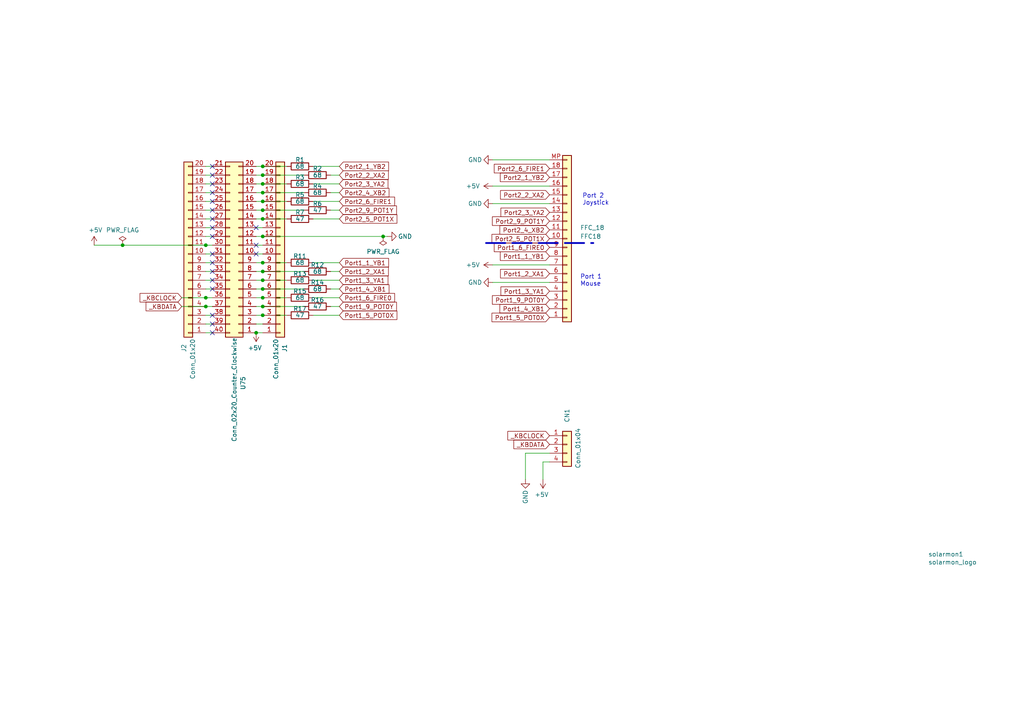
<source format=kicad_sch>
(kicad_sch (version 20211123) (generator eeschema)
  (paper "A4")
  (title_block (title "RGBtoHDMI CDTV v2 - Mouse and Joystick Adapter") (date "2021-12-17"))
  (lib_symbols
    (symbol "Connector_Generic:Conn_01x04" (pin_names (offset 1.016) hide)
      (property "Reference" "J" (at 0 5.08 0))
      (property "Value" "Conn_01x04" (at 0 -7.62 0))
      (symbol "Conn_01x04_1_1"
        (rectangle (start -1.27 -4.953) (end 0 -5.207) (stroke (width 0.1524)))
        (rectangle (start -1.27 -2.413) (end 0 -2.667) (stroke (width 0.1524)))
        (rectangle (start -1.27 0.127) (end 0 -0.127) (stroke (width 0.1524)))
        (rectangle (start -1.27 2.667) (end 0 2.413) (stroke (width 0.1524)))
        (rectangle (start -1.27 3.81) (end 1.27 -6.35) (stroke (width 0.254)) (fill (type background)))
        (pin passive line (at -5.08 2.54 0) (length 3.81) (name "Pin_1") (number "1"))
        (pin passive line (at -5.08 0 0) (length 3.81) (name "Pin_2") (number "2"))
        (pin passive line (at -5.08 -2.54 0) (length 3.81) (name "Pin_3") (number "3"))
        (pin passive line (at -5.08 -5.08 0) (length 3.81) (name "Pin_4") (number "4"))
      )
    )
    (symbol "Connector_Generic:Conn_01x20" (pin_names (offset 1.016) hide)
      (property "Reference" "J" (at 0 25.4 0))
      (property "Value" "Conn_01x20" (at 0 -27.94 0))
      (symbol "Conn_01x20_1_1"
        (rectangle (start -1.27 -25.273) (end 0 -25.527) (stroke (width 0.1524)))
        (rectangle (start -1.27 -22.733) (end 0 -22.987) (stroke (width 0.1524)))
        (rectangle (start -1.27 -20.193) (end 0 -20.447) (stroke (width 0.1524)))
        (rectangle (start -1.27 -17.653) (end 0 -17.907) (stroke (width 0.1524)))
        (rectangle (start -1.27 -15.113) (end 0 -15.367) (stroke (width 0.1524)))
        (rectangle (start -1.27 -12.573) (end 0 -12.827) (stroke (width 0.1524)))
        (rectangle (start -1.27 -10.033) (end 0 -10.287) (stroke (width 0.1524)))
        (rectangle (start -1.27 -7.493) (end 0 -7.747) (stroke (width 0.1524)))
        (rectangle (start -1.27 -4.953) (end 0 -5.207) (stroke (width 0.1524)))
        (rectangle (start -1.27 -2.413) (end 0 -2.667) (stroke (width 0.1524)))
        (rectangle (start -1.27 0.127) (end 0 -0.127) (stroke (width 0.1524)))
        (rectangle (start -1.27 2.667) (end 0 2.413) (stroke (width 0.1524)))
        (rectangle (start -1.27 5.207) (end 0 4.953) (stroke (width 0.1524)))
        (rectangle (start -1.27 7.747) (end 0 7.493) (stroke (width 0.1524)))
        (rectangle (start -1.27 10.287) (end 0 10.033) (stroke (width 0.1524)))
        (rectangle (start -1.27 12.827) (end 0 12.573) (stroke (width 0.1524)))
        (rectangle (start -1.27 15.367) (end 0 15.113) (stroke (width 0.1524)))
        (rectangle (start -1.27 17.907) (end 0 17.653) (stroke (width 0.1524)))
        (rectangle (start -1.27 20.447) (end 0 20.193) (stroke (width 0.1524)))
        (rectangle (start -1.27 22.987) (end 0 22.733) (stroke (width 0.1524)))
        (rectangle (start -1.27 24.13) (end 1.27 -26.67) (stroke (width 0.254)) (fill (type background)))
        (pin passive line (at -5.08 22.86 0) (length 3.81) (name "Pin_1") (number "1"))
        (pin passive line (at -5.08 0 0) (length 3.81) (name "Pin_10") (number "10"))
        (pin passive line (at -5.08 -2.54 0) (length 3.81) (name "Pin_11") (number "11"))
        (pin passive line (at -5.08 -5.08 0) (length 3.81) (name "Pin_12") (number "12"))
        (pin passive line (at -5.08 -7.62 0) (length 3.81) (name "Pin_13") (number "13"))
        (pin passive line (at -5.08 -10.16 0) (length 3.81) (name "Pin_14") (number "14"))
        (pin passive line (at -5.08 -12.7 0) (length 3.81) (name "Pin_15") (number "15"))
        (pin passive line (at -5.08 -15.24 0) (length 3.81) (name "Pin_16") (number "16"))
        (pin passive line (at -5.08 -17.78 0) (length 3.81) (name "Pin_17") (number "17"))
        (pin passive line (at -5.08 -20.32 0) (length 3.81) (name "Pin_18") (number "18"))
        (pin passive line (at -5.08 -22.86 0) (length 3.81) (name "Pin_19") (number "19"))
        (pin passive line (at -5.08 20.32 0) (length 3.81) (name "Pin_2") (number "2"))
        (pin passive line (at -5.08 -25.4 0) (length 3.81) (name "Pin_20") (number "20"))
        (pin passive line (at -5.08 17.78 0) (length 3.81) (name "Pin_3") (number "3"))
        (pin passive line (at -5.08 15.24 0) (length 3.81) (name "Pin_4") (number "4"))
        (pin passive line (at -5.08 12.7 0) (length 3.81) (name "Pin_5") (number "5"))
        (pin passive line (at -5.08 10.16 0) (length 3.81) (name "Pin_6") (number "6"))
        (pin passive line (at -5.08 7.62 0) (length 3.81) (name "Pin_7") (number "7"))
        (pin passive line (at -5.08 5.08 0) (length 3.81) (name "Pin_8") (number "8"))
        (pin passive line (at -5.08 2.54 0) (length 3.81) (name "Pin_9") (number "9"))
      )
    )
    (symbol "Connector_Generic:Conn_02x20_Counter_Clockwise" (pin_names (offset 1.016) hide)
      (property "Reference" "J" (at 1.27 25.4 0))
      (property "Value" "Conn_02x20_Counter_Clockwise" (at 1.27 -27.94 0))
      (symbol "Conn_02x20_Counter_Clockwise_1_1"
        (rectangle (start -1.27 -25.273) (end 0 -25.527) (stroke (width 0.1524)))
        (rectangle (start -1.27 -22.733) (end 0 -22.987) (stroke (width 0.1524)))
        (rectangle (start -1.27 -20.193) (end 0 -20.447) (stroke (width 0.1524)))
        (rectangle (start -1.27 -17.653) (end 0 -17.907) (stroke (width 0.1524)))
        (rectangle (start -1.27 -15.113) (end 0 -15.367) (stroke (width 0.1524)))
        (rectangle (start -1.27 -12.573) (end 0 -12.827) (stroke (width 0.1524)))
        (rectangle (start -1.27 -10.033) (end 0 -10.287) (stroke (width 0.1524)))
        (rectangle (start -1.27 -7.493) (end 0 -7.747) (stroke (width 0.1524)))
        (rectangle (start -1.27 -4.953) (end 0 -5.207) (stroke (width 0.1524)))
        (rectangle (start -1.27 -2.413) (end 0 -2.667) (stroke (width 0.1524)))
        (rectangle (start -1.27 0.127) (end 0 -0.127) (stroke (width 0.1524)))
        (rectangle (start -1.27 2.667) (end 0 2.413) (stroke (width 0.1524)))
        (rectangle (start -1.27 5.207) (end 0 4.953) (stroke (width 0.1524)))
        (rectangle (start -1.27 7.747) (end 0 7.493) (stroke (width 0.1524)))
        (rectangle (start -1.27 10.287) (end 0 10.033) (stroke (width 0.1524)))
        (rectangle (start -1.27 12.827) (end 0 12.573) (stroke (width 0.1524)))
        (rectangle (start -1.27 15.367) (end 0 15.113) (stroke (width 0.1524)))
        (rectangle (start -1.27 17.907) (end 0 17.653) (stroke (width 0.1524)))
        (rectangle (start -1.27 20.447) (end 0 20.193) (stroke (width 0.1524)))
        (rectangle (start -1.27 22.987) (end 0 22.733) (stroke (width 0.1524)))
        (rectangle (start -1.27 24.13) (end 3.81 -26.67) (stroke (width 0.254)) (fill (type background)))
        (rectangle (start 3.81 -25.273) (end 2.54 -25.527) (stroke (width 0.1524)))
        (rectangle (start 3.81 -22.733) (end 2.54 -22.987) (stroke (width 0.1524)))
        (rectangle (start 3.81 -20.193) (end 2.54 -20.447) (stroke (width 0.1524)))
        (rectangle (start 3.81 -17.653) (end 2.54 -17.907) (stroke (width 0.1524)))
        (rectangle (start 3.81 -15.113) (end 2.54 -15.367) (stroke (width 0.1524)))
        (rectangle (start 3.81 -12.573) (end 2.54 -12.827) (stroke (width 0.1524)))
        (rectangle (start 3.81 -10.033) (end 2.54 -10.287) (stroke (width 0.1524)))
        (rectangle (start 3.81 -7.493) (end 2.54 -7.747) (stroke (width 0.1524)))
        (rectangle (start 3.81 -4.953) (end 2.54 -5.207) (stroke (width 0.1524)))
        (rectangle (start 3.81 -2.413) (end 2.54 -2.667) (stroke (width 0.1524)))
        (rectangle (start 3.81 0.127) (end 2.54 -0.127) (stroke (width 0.1524)))
        (rectangle (start 3.81 2.667) (end 2.54 2.413) (stroke (width 0.1524)))
        (rectangle (start 3.81 5.207) (end 2.54 4.953) (stroke (width 0.1524)))
        (rectangle (start 3.81 7.747) (end 2.54 7.493) (stroke (width 0.1524)))
        (rectangle (start 3.81 10.287) (end 2.54 10.033) (stroke (width 0.1524)))
        (rectangle (start 3.81 12.827) (end 2.54 12.573) (stroke (width 0.1524)))
        (rectangle (start 3.81 15.367) (end 2.54 15.113) (stroke (width 0.1524)))
        (rectangle (start 3.81 17.907) (end 2.54 17.653) (stroke (width 0.1524)))
        (rectangle (start 3.81 20.447) (end 2.54 20.193) (stroke (width 0.1524)))
        (rectangle (start 3.81 22.987) (end 2.54 22.733) (stroke (width 0.1524)))
        (pin passive line (at -5.08 22.86 0) (length 3.81) (name "Pin_1") (number "1"))
        (pin passive line (at -5.08 0 0) (length 3.81) (name "Pin_10") (number "10"))
        (pin passive line (at -5.08 -2.54 0) (length 3.81) (name "Pin_11") (number "11"))
        (pin passive line (at -5.08 -5.08 0) (length 3.81) (name "Pin_12") (number "12"))
        (pin passive line (at -5.08 -7.62 0) (length 3.81) (name "Pin_13") (number "13"))
        (pin passive line (at -5.08 -10.16 0) (length 3.81) (name "Pin_14") (number "14"))
        (pin passive line (at -5.08 -12.7 0) (length 3.81) (name "Pin_15") (number "15"))
        (pin passive line (at -5.08 -15.24 0) (length 3.81) (name "Pin_16") (number "16"))
        (pin passive line (at -5.08 -17.78 0) (length 3.81) (name "Pin_17") (number "17"))
        (pin passive line (at -5.08 -20.32 0) (length 3.81) (name "Pin_18") (number "18"))
        (pin passive line (at -5.08 -22.86 0) (length 3.81) (name "Pin_19") (number "19"))
        (pin passive line (at -5.08 20.32 0) (length 3.81) (name "Pin_2") (number "2"))
        (pin passive line (at -5.08 -25.4 0) (length 3.81) (name "Pin_20") (number "20"))
        (pin passive line (at 7.62 -25.4 180) (length 3.81) (name "Pin_21") (number "21"))
        (pin passive line (at 7.62 -22.86 180) (length 3.81) (name "Pin_22") (number "22"))
        (pin passive line (at 7.62 -20.32 180) (length 3.81) (name "Pin_23") (number "23"))
        (pin passive line (at 7.62 -17.78 180) (length 3.81) (name "Pin_24") (number "24"))
        (pin passive line (at 7.62 -15.24 180) (length 3.81) (name "Pin_25") (number "25"))
        (pin passive line (at 7.62 -12.7 180) (length 3.81) (name "Pin_26") (number "26"))
        (pin passive line (at 7.62 -10.16 180) (length 3.81) (name "Pin_27") (number "27"))
        (pin passive line (at 7.62 -7.62 180) (length 3.81) (name "Pin_28") (number "28"))
        (pin passive line (at 7.62 -5.08 180) (length 3.81) (name "Pin_29") (number "29"))
        (pin passive line (at -5.08 17.78 0) (length 3.81) (name "Pin_3") (number "3"))
        (pin passive line (at 7.62 -2.54 180) (length 3.81) (name "Pin_30") (number "30"))
        (pin passive line (at 7.62 0 180) (length 3.81) (name "Pin_31") (number "31"))
        (pin passive line (at 7.62 2.54 180) (length 3.81) (name "Pin_32") (number "32"))
        (pin passive line (at 7.62 5.08 180) (length 3.81) (name "Pin_33") (number "33"))
        (pin passive line (at 7.62 7.62 180) (length 3.81) (name "Pin_34") (number "34"))
        (pin passive line (at 7.62 10.16 180) (length 3.81) (name "Pin_35") (number "35"))
        (pin passive line (at 7.62 12.7 180) (length 3.81) (name "Pin_36") (number "36"))
        (pin passive line (at 7.62 15.24 180) (length 3.81) (name "Pin_37") (number "37"))
        (pin passive line (at 7.62 17.78 180) (length 3.81) (name "Pin_38") (number "38"))
        (pin passive line (at 7.62 20.32 180) (length 3.81) (name "Pin_39") (number "39"))
        (pin passive line (at -5.08 15.24 0) (length 3.81) (name "Pin_4") (number "4"))
        (pin passive line (at 7.62 22.86 180) (length 3.81) (name "Pin_40") (number "40"))
        (pin passive line (at -5.08 12.7 0) (length 3.81) (name "Pin_5") (number "5"))
        (pin passive line (at -5.08 10.16 0) (length 3.81) (name "Pin_6") (number "6"))
        (pin passive line (at -5.08 7.62 0) (length 3.81) (name "Pin_7") (number "7"))
        (pin passive line (at -5.08 5.08 0) (length 3.81) (name "Pin_8") (number "8"))
        (pin passive line (at -5.08 2.54 0) (length 3.81) (name "Pin_9") (number "9"))
      )
    )
    (symbol "Device:R" (pin_numbers hide) (pin_names (offset 0))
      (property "Reference" "R" (at 2.032 0 90))
      (property "Value" "R" (at 0 0 90))
      (symbol "R_0_1"
        (rectangle (start -1.016 -2.54) (end 1.016 2.54) (stroke (width 0.254)))
      )
      (symbol "R_1_1"
        (pin passive line (at 0 3.81 270) (length 1.27) (name "~") (number "1"))
        (pin passive line (at 0 -3.81 90) (length 1.27) (name "~") (number "2"))
      )
    )
    (symbol "RGBtoHDMI-CDTV-v2---Mouse-and-Joystick-Adapter-rescue:FFC_18-solarmon_Library" (pin_names (offset 1.016) hide)
      (property "Reference" "J" (at 0 25.4 0))
      (property "Value" "FFC_18-solarmon_Library" (at 0 -25.4 0))
      (symbol "FFC_18-solarmon_Library_1_1"
        (rectangle (start -1.27 -22.733) (end 0 -22.987) (stroke (width 0.1524)))
        (rectangle (start -1.27 -20.193) (end 0 -20.447) (stroke (width 0.1524)))
        (rectangle (start -1.27 -17.653) (end 0 -17.907) (stroke (width 0.1524)))
        (rectangle (start -1.27 -15.113) (end 0 -15.367) (stroke (width 0.1524)))
        (rectangle (start -1.27 -12.573) (end 0 -12.827) (stroke (width 0.1524)))
        (rectangle (start -1.27 -10.033) (end 0 -10.287) (stroke (width 0.1524)))
        (rectangle (start -1.27 -7.493) (end 0 -7.747) (stroke (width 0.1524)))
        (rectangle (start -1.27 -4.953) (end 0 -5.207) (stroke (width 0.1524)))
        (rectangle (start -1.27 -2.413) (end 0 -2.667) (stroke (width 0.1524)))
        (rectangle (start -1.27 0.127) (end 0 -0.127) (stroke (width 0.1524)))
        (rectangle (start -1.27 2.667) (end 0 2.413) (stroke (width 0.1524)))
        (rectangle (start -1.27 5.207) (end 0 4.953) (stroke (width 0.1524)))
        (rectangle (start -1.27 7.747) (end 0 7.493) (stroke (width 0.1524)))
        (rectangle (start -1.27 10.287) (end 0 10.033) (stroke (width 0.1524)))
        (rectangle (start -1.27 12.827) (end 0 12.573) (stroke (width 0.1524)))
        (rectangle (start -1.27 15.367) (end 0 15.113) (stroke (width 0.1524)))
        (rectangle (start -1.27 17.907) (end 0 17.653) (stroke (width 0.1524)))
        (rectangle (start -1.27 20.447) (end 0 20.193) (stroke (width 0.1524)))
        (rectangle (start -1.27 22.987) (end 0 22.733) (stroke (width 0.1524)))
        (rectangle (start -1.27 24.13) (end 1.27 -24.13) (stroke (width 0.254)) (fill (type background)))
        (pin passive line (at -5.08 22.86 0) (length 3.81) (name "Pin_1") (number "1"))
        (pin passive line (at -5.08 0 0) (length 3.81) (name "Pin_10") (number "10"))
        (pin passive line (at -5.08 -2.54 0) (length 3.81) (name "Pin_11") (number "11"))
        (pin passive line (at -5.08 -5.08 0) (length 3.81) (name "Pin_12") (number "12"))
        (pin passive line (at -5.08 -7.62 0) (length 3.81) (name "Pin_13") (number "13"))
        (pin passive line (at -5.08 -10.16 0) (length 3.81) (name "Pin_14") (number "14"))
        (pin passive line (at -5.08 -12.7 0) (length 3.81) (name "Pin_15") (number "15"))
        (pin passive line (at -5.08 -15.24 0) (length 3.81) (name "Pin_16") (number "16"))
        (pin passive line (at -5.08 -17.78 0) (length 3.81) (name "Pin_17") (number "17"))
        (pin passive line (at -5.08 -20.32 0) (length 3.81) (name "Pin_18") (number "18"))
        (pin passive line (at -5.08 20.32 0) (length 3.81) (name "Pin_2") (number "2"))
        (pin passive line (at -5.08 17.78 0) (length 3.81) (name "Pin_3") (number "3"))
        (pin passive line (at -5.08 15.24 0) (length 3.81) (name "Pin_4") (number "4"))
        (pin passive line (at -5.08 12.7 0) (length 3.81) (name "Pin_5") (number "5"))
        (pin passive line (at -5.08 10.16 0) (length 3.81) (name "Pin_6") (number "6"))
        (pin passive line (at -5.08 7.62 0) (length 3.81) (name "Pin_7") (number "7"))
        (pin passive line (at -5.08 5.08 0) (length 3.81) (name "Pin_8") (number "8"))
        (pin passive line (at -5.08 2.54 0) (length 3.81) (name "Pin_9") (number "9"))
        (pin passive line (at -5.08 -22.86 0) (length 3.81) (name "Pin_MP") (number "MP"))
      )
    )
    (symbol "RGBtoHDMI-CDTV-v2---Mouse-and-Joystick-Adapter-rescue:solarmon_logo-solarmon_Library" (pin_names (offset 1.016))
      (property "Reference" "L" (at 0 0 0))
      (property "Value" "solarmon_logo-solarmon_Library" (at -1.27 2.54 0))
    )
    (symbol "power:+5V" (power) (pin_names (offset 0))
      (property "Value" "+5V" (at 0 3.556 0))
      (symbol "+5V_0_1"
        (polyline (pts (xy -0.762 1.27) (xy 0 2.54)))
        (polyline (pts (xy 0 0) (xy 0 2.54)))
        (polyline (pts (xy 0 2.54) (xy 0.762 1.27)))
      )
      (symbol "+5V_1_1"
        (pin power_in line (at 0 0 90) (length 0) hide (name "+5V") (number "1"))
      )
    )
    (symbol "power:GND" (power) (pin_names (offset 0))
      (property "Value" "GND" (at 0 -3.81 0))
      (symbol "GND_0_1"
        (polyline (pts (xy 0 0) (xy 0 -1.27) (xy 1.27 -1.27) (xy 0 -2.54) (xy -1.27 -1.27) (xy 0 -1.27)))
      )
      (symbol "GND_1_1"
        (pin power_in line (at 0 0 270) (length 0) hide (name "GND") (number "1"))
      )
    )
    (symbol "power:PWR_FLAG" (power) (pin_numbers hide) (pin_names (offset 0) hide)
      (property "Value" "PWR_FLAG" (at 0 3.81 0))
      (symbol "PWR_FLAG_0_0"
        (pin power_out line (at 0 0 90) (length 0) (name "pwr") (number "1"))
      )
      (symbol "PWR_FLAG_0_1"
        (polyline (pts (xy 0 0) (xy 0 1.27) (xy -1.016 1.905) (xy 0 2.54) (xy 1.016 1.905) (xy 0 1.27)))
      )
    )
  )
  (junction (at 35.56 71.12))
  (junction (at 76.2 50.8))
  (junction (at 76.2 58.42))
  (junction (at 59.69 86.36))
  (junction (at 59.69 88.9))
  (junction (at 76.2 53.34))
  (junction (at 76.2 63.5))
  (junction (at 59.69 71.12))
  (junction (at 76.2 83.82))
  (junction (at 74.295 96.52))
  (junction (at 76.2 68.58))
  (junction (at 76.2 88.9))
  (junction (at 111.125 68.58))
  (junction (at 76.2 91.44))
  (junction (at 76.2 55.88))
  (junction (at 76.2 86.36))
  (junction (at 76.2 48.26))
  (junction (at 76.2 76.2))
  (junction (at 76.2 78.74))
  (junction (at 76.2 81.28))
  (junction (at 76.2 60.96))
  (no_connect (at 61.595 83.82))
  (no_connect (at 61.595 68.58))
  (no_connect (at 61.595 60.96))
  (no_connect (at 61.595 78.74))
  (no_connect (at 61.595 73.66))
  (no_connect (at 61.595 91.44))
  (no_connect (at 74.295 73.66))
  (no_connect (at 61.595 66.04))
  (no_connect (at 61.595 96.52))
  (no_connect (at 61.595 81.28))
  (no_connect (at 61.595 63.5))
  (no_connect (at 61.595 48.26))
  (no_connect (at 74.295 66.04))
  (no_connect (at 61.595 50.8))
  (no_connect (at 74.295 71.12))
  (no_connect (at 61.595 58.42))
  (no_connect (at 61.595 53.34))
  (no_connect (at 61.595 76.2))
  (no_connect (at 61.595 55.88))
  (no_connect (at 61.595 93.98))
  (wire (pts (xy 90.805 81.28) (xy 98.425 81.28)))
  (wire (pts (xy 59.69 88.9) (xy 61.595 88.9)))
  (wire (pts (xy 74.295 55.88) (xy 76.2 55.88)))
  (wire (pts (xy 74.295 83.82) (xy 76.2 83.82)))
  (wire (pts (xy 76.2 63.5) (xy 83.185 63.5)))
  (wire (pts (xy 95.885 60.96) (xy 98.425 60.96)))
  (wire (pts (xy 90.805 76.2) (xy 98.425 76.2)))
  (wire (pts (xy 76.2 53.34) (xy 83.185 53.34)))
  (wire (pts (xy 59.69 48.26) (xy 61.595 48.26)))
  (wire (pts (xy 74.295 66.04) (xy 76.2 66.04)))
  (wire (pts (xy 59.69 86.36) (xy 61.595 86.36)))
  (wire (pts (xy 59.69 68.58) (xy 61.595 68.58)))
  (wire (pts (xy 59.69 50.8) (xy 61.595 50.8)))
  (wire (pts (xy 159.385 59.055) (xy 142.875 59.055)))
  (wire (pts (xy 76.2 86.36) (xy 83.185 86.36)))
  (wire (pts (xy 59.69 81.28) (xy 61.595 81.28)))
  (wire (pts (xy 76.2 55.88) (xy 88.265 55.88)))
  (wire (pts (xy 59.69 73.66) (xy 61.595 73.66)))
  (wire (pts (xy 74.295 63.5) (xy 76.2 63.5)))
  (wire (pts (xy 74.295 58.42) (xy 76.2 58.42)))
  (wire (pts (xy 74.295 50.8) (xy 76.2 50.8)))
  (wire (pts (xy 59.69 63.5) (xy 61.595 63.5)))
  (wire (pts (xy 152.4 131.445) (xy 152.4 139.065)))
  (wire (pts (xy 90.805 53.34) (xy 98.425 53.34)))
  (wire (pts (xy 90.805 86.36) (xy 98.425 86.36)))
  (wire (pts (xy 90.805 48.26) (xy 98.425 48.26)))
  (wire (pts (xy 74.295 73.66) (xy 76.2 73.66)))
  (wire (pts (xy 95.885 83.82) (xy 98.425 83.82)))
  (wire (pts (xy 76.2 83.82) (xy 88.265 83.82)))
  (wire (pts (xy 74.295 71.12) (xy 76.2 71.12)))
  (wire (pts (xy 159.385 131.445) (xy 152.4 131.445)))
  (wire (pts (xy 76.2 76.2) (xy 83.185 76.2)))
  (wire (pts (xy 76.2 81.28) (xy 83.185 81.28)))
  (wire (pts (xy 76.2 68.58) (xy 111.125 68.58)))
  (wire (pts (xy 59.69 91.44) (xy 61.595 91.44)))
  (wire (pts (xy 159.385 46.355) (xy 142.875 46.355)))
  (wire (pts (xy 157.48 133.985) (xy 157.48 139.065)))
  (wire (pts (xy 74.295 78.74) (xy 76.2 78.74)))
  (wire (pts (xy 59.69 58.42) (xy 61.595 58.42)))
  (wire (pts (xy 59.69 78.74) (xy 61.595 78.74)))
  (wire (pts (xy 76.2 88.9) (xy 88.265 88.9)))
  (wire (pts (xy 59.69 96.52) (xy 61.595 96.52)))
  (wire (pts (xy 95.885 88.9) (xy 98.425 88.9)))
  (wire (pts (xy 159.385 53.975) (xy 142.875 53.975)))
  (wire (pts (xy 95.885 78.74) (xy 98.425 78.74)))
  (wire (pts (xy 59.69 93.98) (xy 61.595 93.98)))
  (wire (pts (xy 59.69 71.12) (xy 61.595 71.12)))
  (wire (pts (xy 74.295 96.52) (xy 76.2 96.52)))
  (wire (pts (xy 59.69 55.88) (xy 61.595 55.88)))
  (wire (pts (xy 59.69 83.82) (xy 61.595 83.82)))
  (wire (pts (xy 76.2 60.96) (xy 88.265 60.96)))
  (wire (pts (xy 90.805 63.5) (xy 98.425 63.5)))
  (wire (pts (xy 159.385 76.835) (xy 142.875 76.835)))
  (wire (pts (xy 111.125 68.58) (xy 112.395 68.58)))
  (wire (pts (xy 76.2 58.42) (xy 83.185 58.42)))
  (wire (pts (xy 159.385 133.985) (xy 157.48 133.985)))
  (wire (pts (xy 74.295 86.36) (xy 76.2 86.36)))
  (wire (pts (xy 159.385 81.915) (xy 142.875 81.915)))
  (wire (pts (xy 59.69 76.2) (xy 61.595 76.2)))
  (wire (pts (xy 74.295 88.9) (xy 76.2 88.9)))
  (wire (pts (xy 59.69 66.04) (xy 61.595 66.04)))
  (wire (pts (xy 59.69 60.96) (xy 61.595 60.96)))
  (wire (pts (xy 95.885 55.88) (xy 98.425 55.88)))
  (wire (pts (xy 74.295 91.44) (xy 76.2 91.44)))
  (wire (pts (xy 74.295 81.28) (xy 76.2 81.28)))
  (wire (pts (xy 76.2 78.74) (xy 88.265 78.74)))
  (wire (pts (xy 74.295 60.96) (xy 76.2 60.96)))
  (wire (pts (xy 74.295 68.58) (xy 76.2 68.58)))
  (wire (pts (xy 76.2 50.8) (xy 88.265 50.8)))
  (wire (pts (xy 74.295 76.2) (xy 76.2 76.2)))
  (wire (pts (xy 52.705 86.36) (xy 59.69 86.36)))
  (wire (pts (xy 76.2 48.26) (xy 83.185 48.26)))
  (wire (pts (xy 52.705 88.9) (xy 59.69 88.9)))
  (wire (pts (xy 90.805 91.44) (xy 98.425 91.44)))
  (wire (pts (xy 74.295 93.98) (xy 76.2 93.98)))
  (wire (pts (xy 76.2 91.44) (xy 83.185 91.44)))
  (wire (pts (xy 74.295 48.26) (xy 76.2 48.26)))
  (wire (pts (xy 35.56 71.12) (xy 59.69 71.12)))
  (wire (pts (xy 90.805 58.42) (xy 98.425 58.42)))
  (wire (pts (xy 74.295 53.34) (xy 76.2 53.34)))
  (wire (pts (xy 95.885 50.8) (xy 98.425 50.8)))
  (wire (pts (xy 27.305 71.12) (xy 35.56 71.12)))
  (wire (pts (xy 59.69 53.34) (xy 61.595 53.34)))
  (polyline (pts (xy 140.97 70.485) (xy 172.085 70.485)) (stroke (width 0.508)))
  (text "Port 1\nMouse" (at 168.275 83.185 0) (effects (font (size 1.27 1.27)) (justify left bottom)))
  (text "Port 2\nJoystick" (at 168.91 59.69 0) (effects (font (size 1.27 1.27)) (justify left bottom)))
  (global_label "Port2_6_FIRE1" (shape input) (at 98.425 58.42 0) (property "Intersheet References" "${INTERSHEET_REFS}" (effects hide)))
  (global_label "Port1_3_YA1" (shape input) (at 98.425 81.28 0) (property "Intersheet References" "${INTERSHEET_REFS}" (effects hide)))
  (global_label "Port2_3_YA2" (shape input) (at 159.385 61.595 180) (property "Intersheet References" "${INTERSHEET_REFS}" (effects hide)))
  (global_label "Port2_9_POT1Y" (shape input) (at 159.385 64.135 180) (property "Intersheet References" "${INTERSHEET_REFS}" (effects hide)))
  (global_label "Port2_9_POT1Y" (shape input) (at 98.425 60.96 0) (property "Intersheet References" "${INTERSHEET_REFS}" (effects hide)))
  (global_label "_KBCLOCK" (shape input) (at 159.385 126.365 180) (property "Intersheet References" "${INTERSHEET_REFS}" (effects hide)))
  (global_label "Port1_6_FIRE0" (shape input) (at 159.385 71.755 180) (property "Intersheet References" "${INTERSHEET_REFS}" (effects hide)))
  (global_label "Port2_1_YB2" (shape input) (at 159.385 51.435 180) (property "Intersheet References" "${INTERSHEET_REFS}" (effects hide)))
  (global_label "Port2_2_XA2" (shape input) (at 159.385 56.515 180) (property "Intersheet References" "${INTERSHEET_REFS}" (effects hide)))
  (global_label "Port2_1_YB2" (shape input) (at 98.425 48.26 0) (property "Intersheet References" "${INTERSHEET_REFS}" (effects hide)))
  (global_label "Port1_1_YB1" (shape input) (at 159.385 74.295 180) (property "Intersheet References" "${INTERSHEET_REFS}" (effects hide)))
  (global_label "Port1_5_POT0X" (shape input) (at 98.425 91.44 0) (property "Intersheet References" "${INTERSHEET_REFS}" (effects hide)))
  (global_label "_KBCLOCK" (shape input) (at 52.705 86.36 180) (property "Intersheet References" "${INTERSHEET_REFS}" (effects hide)))
  (global_label "Port1_9_POT0Y" (shape input) (at 159.385 86.995 180) (property "Intersheet References" "${INTERSHEET_REFS}" (effects hide)))
  (global_label "Port2_5_POT1X" (shape input) (at 98.425 63.5 0) (property "Intersheet References" "${INTERSHEET_REFS}" (effects hide)))
  (global_label "_KBDATA" (shape input) (at 159.385 128.905 180) (property "Intersheet References" "${INTERSHEET_REFS}" (effects hide)))
  (global_label "Port1_6_FIRE0" (shape input) (at 98.425 86.36 0) (property "Intersheet References" "${INTERSHEET_REFS}" (effects hide)))
  (global_label "Port2_6_FIRE1" (shape input) (at 159.385 48.895 180) (property "Intersheet References" "${INTERSHEET_REFS}" (effects hide)))
  (global_label "Port2_2_XA2" (shape input) (at 98.425 50.8 0) (property "Intersheet References" "${INTERSHEET_REFS}" (effects hide)))
  (global_label "Port1_4_XB1" (shape input) (at 159.385 89.535 180) (property "Intersheet References" "${INTERSHEET_REFS}" (effects hide)))
  (global_label "Port2_4_XB2" (shape input) (at 98.425 55.88 0) (property "Intersheet References" "${INTERSHEET_REFS}" (effects hide)))
  (global_label "Port1_3_YA1" (shape input) (at 159.385 84.455 180) (property "Intersheet References" "${INTERSHEET_REFS}" (effects hide)))
  (global_label "Port1_5_POT0X" (shape input) (at 159.385 92.075 180) (property "Intersheet References" "${INTERSHEET_REFS}" (effects hide)))
  (global_label "Port2_3_YA2" (shape input) (at 98.425 53.34 0) (property "Intersheet References" "${INTERSHEET_REFS}" (effects hide)))
  (global_label "Port1_2_XA1" (shape input) (at 98.425 78.74 0) (property "Intersheet References" "${INTERSHEET_REFS}" (effects hide)))
  (global_label "_KBDATA" (shape input) (at 52.705 88.9 180) (property "Intersheet References" "${INTERSHEET_REFS}" (effects hide)))
  (global_label "Port1_2_XA1" (shape input) (at 159.385 79.375 180) (property "Intersheet References" "${INTERSHEET_REFS}" (effects hide)))
  (global_label "Port2_4_XB2" (shape input) (at 159.385 66.675 180) (property "Intersheet References" "${INTERSHEET_REFS}" (effects hide)))
  (global_label "Port1_1_YB1" (shape input) (at 98.425 76.2 0) (property "Intersheet References" "${INTERSHEET_REFS}" (effects hide)))
  (global_label "Port1_4_XB1" (shape input) (at 98.425 83.82 0) (property "Intersheet References" "${INTERSHEET_REFS}" (effects hide)))
  (global_label "Port1_9_POT0Y" (shape input) (at 98.425 88.9 0) (property "Intersheet References" "${INTERSHEET_REFS}" (effects hide)))
  (global_label "Port2_5_POT1X" (shape input) (at 159.385 69.215 180) (property "Intersheet References" "${INTERSHEET_REFS}" (effects hide)))
  (symbol (lib_id "power:GND") (at 112.395 68.58 90) (unit 1)
    (property "Reference" "#PWR0101" (effects hide))
    (property "Value" "GND" (at 117.475 68.58 90))
  )
  (symbol (lib_id "power:+5V") (at 27.305 71.12 0) (unit 1)
    (property "Reference" "#PWR0102" (effects hide))
    (property "Value" "+5V" (at 27.686 66.7258 0))
  )
  (symbol (lib_id "power:PWR_FLAG") (at 35.56 71.12 0) (unit 1)
    (property "Reference" "#FLG0103" (effects hide))
    (property "Value" "PWR_FLAG" (at 35.56 66.7258 0))
  )
  (symbol (lib_id "RGBtoHDMI-CDTV-v2---Mouse-and-Joystick-Adapter-rescue:FFC_18-solarmon_Library") (at 164.465 69.215 0) (mirror x) (unit 1)
    (property "Reference" "FFC18" (at 168.275 68.58 0) (effects (justify left)))
    (property "Value" "FFC_18" (at 168.275 66.04 0) (effects (justify left)))
    (property "Footprint" "solarmon_library:FPC-SMD_X10B25U18T" (effects hide))
  )
  (symbol (lib_id "Connector_Generic:Conn_02x20_Counter_Clockwise") (at 69.215 73.66 180) (unit 1)
    (property "Reference" "U75" (at 70.485 111.125 90))
    (property "Value" "Conn_02x20_Counter_Clockwise" (at 67.945 113.03 90))
    (property "Footprint" "Package_DIP:DIP-40_W15.24mm_Socket_LongPads" (effects hide))
  )
  (symbol (lib_id "RGBtoHDMI-CDTV-v2---Mouse-and-Joystick-Adapter-rescue:solarmon_logo-solarmon_Library") (at 268.605 161.925 0) (unit 1)
    (property "Reference" "solarmon1" (at 269.24 160.7566 0) (effects (justify left)))
    (property "Value" "solarmon_logo" (at 269.24 163.068 0) (effects (justify left)))
    (property "Footprint" "solarmon_library:solarmon-logo-25mils" (effects hide))
  )
  (symbol (lib_id "Device:R") (at 86.995 48.26 270) (unit 1)
    (property "Reference" "R1" (at 86.995 46.355 90))
    (property "Value" "68" (at 86.995 48.26 90))
    (property "Footprint" "Resistor_SMD:R_0805_2012Metric_Pad1.20x1.40mm_HandSolder" (effects hide))
  )
  (symbol (lib_id "power:+5V") (at 74.295 96.52 180) (unit 1)
    (property "Reference" "#PWR0105" (effects hide))
    (property "Value" "+5V" (at 73.914 100.9142 0))
  )
  (symbol (lib_id "Device:R") (at 92.075 50.8 270) (unit 1)
    (property "Reference" "R2" (at 92.075 48.895 90))
    (property "Value" "68" (at 92.075 50.8 90))
    (property "Footprint" "Resistor_SMD:R_0805_2012Metric_Pad1.20x1.40mm_HandSolder" (effects hide))
  )
  (symbol (lib_id "Device:R") (at 86.995 53.34 270) (unit 1)
    (property "Reference" "R3" (at 86.995 51.435 90))
    (property "Value" "68" (at 86.995 53.34 90))
    (property "Footprint" "Resistor_SMD:R_0805_2012Metric_Pad1.20x1.40mm_HandSolder" (effects hide))
  )
  (symbol (lib_id "Device:R") (at 92.075 55.88 270) (unit 1)
    (property "Reference" "R4" (at 92.075 53.975 90))
    (property "Value" "68" (at 92.075 55.88 90))
    (property "Footprint" "Resistor_SMD:R_0805_2012Metric_Pad1.20x1.40mm_HandSolder" (effects hide))
  )
  (symbol (lib_id "Device:R") (at 86.995 58.42 270) (unit 1)
    (property "Reference" "R5" (at 86.995 56.515 90))
    (property "Value" "68" (at 86.995 58.42 90))
    (property "Footprint" "Resistor_SMD:R_0805_2012Metric_Pad1.20x1.40mm_HandSolder" (effects hide))
  )
  (symbol (lib_id "Device:R") (at 92.075 60.96 270) (unit 1)
    (property "Reference" "R6" (at 92.075 59.055 90))
    (property "Value" "47" (at 92.075 60.96 90))
    (property "Footprint" "Resistor_SMD:R_0805_2012Metric_Pad1.20x1.40mm_HandSolder" (effects hide))
  )
  (symbol (lib_id "Device:R") (at 86.995 63.5 270) (unit 1)
    (property "Reference" "R7" (at 86.995 61.595 90))
    (property "Value" "47" (at 86.995 63.5 90))
    (property "Footprint" "Resistor_SMD:R_0805_2012Metric_Pad1.20x1.40mm_HandSolder" (effects hide))
  )
  (symbol (lib_id "Device:R") (at 86.995 76.2 270) (unit 1)
    (property "Reference" "R11" (at 86.995 74.295 90))
    (property "Value" "68" (at 86.995 76.2 90))
    (property "Footprint" "Resistor_SMD:R_0805_2012Metric_Pad1.20x1.40mm_HandSolder" (effects hide))
  )
  (symbol (lib_id "Device:R") (at 92.075 78.74 270) (unit 1)
    (property "Reference" "R12" (at 92.075 76.835 90))
    (property "Value" "68" (at 92.075 78.74 90))
    (property "Footprint" "Resistor_SMD:R_0805_2012Metric_Pad1.20x1.40mm_HandSolder" (effects hide))
  )
  (symbol (lib_id "Device:R") (at 86.995 81.28 270) (unit 1)
    (property "Reference" "R13" (at 86.995 79.375 90))
    (property "Value" "68" (at 86.995 81.28 90))
    (property "Footprint" "Resistor_SMD:R_0805_2012Metric_Pad1.20x1.40mm_HandSolder" (effects hide))
  )
  (symbol (lib_id "Device:R") (at 92.075 83.82 270) (unit 1)
    (property "Reference" "R14" (at 92.075 81.915 90))
    (property "Value" "68" (at 92.075 83.82 90))
    (property "Footprint" "Resistor_SMD:R_0805_2012Metric_Pad1.20x1.40mm_HandSolder" (effects hide))
  )
  (symbol (lib_id "Device:R") (at 86.995 86.36 270) (unit 1)
    (property "Reference" "R15" (at 86.995 84.455 90))
    (property "Value" "68" (at 86.995 86.36 90))
    (property "Footprint" "Resistor_SMD:R_0805_2012Metric_Pad1.20x1.40mm_HandSolder" (effects hide))
  )
  (symbol (lib_id "Device:R") (at 92.075 88.9 270) (unit 1)
    (property "Reference" "R16" (at 92.075 86.995 90))
    (property "Value" "47" (at 92.075 88.9 90))
    (property "Footprint" "Resistor_SMD:R_0805_2012Metric_Pad1.20x1.40mm_HandSolder" (effects hide))
  )
  (symbol (lib_id "Device:R") (at 86.995 91.44 270) (unit 1)
    (property "Reference" "R17" (at 86.995 89.535 90))
    (property "Value" "47" (at 86.995 91.44 90))
    (property "Footprint" "Resistor_SMD:R_0805_2012Metric_Pad1.20x1.40mm_HandSolder" (effects hide))
  )
  (symbol (lib_id "power:PWR_FLAG") (at 111.125 68.58 180) (unit 1)
    (property "Reference" "#FLG0101" (effects hide))
    (property "Value" "PWR_FLAG" (at 111.125 72.9742 0))
  )
  (symbol (lib_id "power:GND") (at 142.875 46.355 270) (unit 1)
    (property "Reference" "#PWR0109" (effects hide))
    (property "Value" "GND" (at 137.795 46.355 90))
  )
  (symbol (lib_id "power:+5V") (at 142.875 53.975 90) (unit 1)
    (property "Reference" "#PWR0103" (effects hide))
    (property "Value" "+5V" (at 137.16 53.975 90))
  )
  (symbol (lib_id "Connector_Generic:Conn_01x04") (at 164.465 128.905 0) (unit 1)
    (property "Reference" "CN1" (at 164.465 122.555 90) (effects (justify left)))
    (property "Value" "Conn_01x04" (at 167.64 135.89 90) (effects (justify left)))
    (property "Footprint" "Connector_PinHeader_2.54mm:PinHeader_1x04_P2.54mm_Horizontal" (effects hide))
  )
  (symbol (lib_id "power:+5V") (at 157.48 139.065 180) (unit 1)
    (property "Reference" "#PWR0104" (effects hide))
    (property "Value" "+5V" (at 157.099 143.4592 0))
  )
  (symbol (lib_id "power:GND") (at 152.4 139.065 0) (unit 1)
    (property "Reference" "#PWR0106" (effects hide))
    (property "Value" "GND" (at 152.4 144.145 90))
  )
  (symbol (lib_id "power:GND") (at 142.875 59.055 270) (unit 1)
    (property "Reference" "#PWR0107" (effects hide))
    (property "Value" "GND" (at 137.795 59.055 90))
  )
  (symbol (lib_id "power:+5V") (at 142.875 76.835 90) (unit 1)
    (property "Reference" "#PWR0108" (effects hide))
    (property "Value" "+5V" (at 137.16 76.835 90))
  )
  (symbol (lib_id "power:GND") (at 142.875 81.915 270) (unit 1)
    (property "Reference" "#PWR0110" (effects hide))
    (property "Value" "GND" (at 137.795 81.915 90))
  )
  (symbol (lib_id "Connector_Generic:Conn_01x20") (at 81.28 73.66 0) (mirror x) (unit 1)
    (property "Reference" "J1" (at 82.55 100.965 90))
    (property "Value" "Conn_01x20" (at 80.01 104.14 90))
    (property "Footprint" "Connector_PinHeader_2.54mm:PinHeader_1x20_P2.54mm_Vertical" (effects hide))
  )
  (symbol (lib_id "Connector_Generic:Conn_01x20") (at 54.61 73.66 180) (unit 1)
    (property "Reference" "J2" (at 53.34 100.965 90))
    (property "Value" "Conn_01x20" (at 55.88 104.14 90))
    (property "Footprint" "Connector_PinHeader_2.54mm:PinHeader_1x20_P2.54mm_Vertical" (effects hide))
  )
)
</source>
